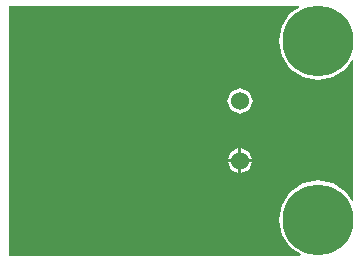
<source format=gbl>
%FSLAX25Y25*%
%MOIN*%
G70*
G01*
G75*
G04 Layer_Physical_Order=2*
G04 Layer_Color=16711680*
%ADD10R,0.03543X0.03150*%
%ADD11R,0.11811X0.05906*%
%ADD12R,0.11811X0.03937*%
%ADD13R,0.05118X0.03937*%
%ADD14C,0.01000*%
%ADD15C,0.06000*%
%ADD16C,0.03937*%
%ADD17C,0.23622*%
G36*
X98725Y84512D02*
X95543Y82386D01*
X92712Y78148D01*
X91717Y73150D01*
X92712Y68151D01*
X95543Y63913D01*
X99781Y61082D01*
X104780Y60088D01*
X109778Y61082D01*
X114016Y63913D01*
X116008Y66895D01*
X116487Y66750D01*
Y20049D01*
X116008Y19904D01*
X114016Y22886D01*
X109778Y25717D01*
X104780Y26712D01*
X99781Y25717D01*
X95543Y22886D01*
X92712Y18648D01*
X91717Y13650D01*
X92712Y8651D01*
X95543Y4413D01*
X99002Y2102D01*
X98857Y1624D01*
X1624D01*
Y84991D01*
X98580D01*
X98725Y84512D01*
D02*
G37*
%LPC*%
G36*
X82863Y32807D02*
X79240D01*
Y29185D01*
X81802Y30246D01*
X82863Y32807D01*
D02*
G37*
G36*
X78240D02*
X74618D01*
X75679Y30246D01*
X78240Y29185D01*
Y32807D01*
D02*
G37*
G36*
X78740Y57637D02*
X75679Y56369D01*
X74411Y53307D01*
X75679Y50246D01*
X78740Y48978D01*
X81802Y50246D01*
X83070Y53307D01*
X81802Y56369D01*
X78740Y57637D01*
D02*
G37*
G36*
X79240Y37430D02*
Y33807D01*
X82863D01*
X81802Y36369D01*
X79240Y37430D01*
D02*
G37*
G36*
X78240D02*
X75679Y36369D01*
X74618Y33807D01*
X78240D01*
Y37430D01*
D02*
G37*
%LPD*%
D15*
X78740Y33307D02*
D03*
Y53307D02*
D03*
D16*
X98516Y79413D02*
D03*
X111043D02*
D03*
X104780Y82008D02*
D03*
X95921Y73150D02*
D03*
X98516Y66886D02*
D03*
X104780Y64291D02*
D03*
X111043Y66886D02*
D03*
X113638Y73150D02*
D03*
X98516Y19913D02*
D03*
X111043D02*
D03*
X104780Y22508D02*
D03*
X95921Y13650D02*
D03*
X98516Y7386D02*
D03*
X104780Y4791D02*
D03*
X111043Y7386D02*
D03*
X113638Y13650D02*
D03*
D17*
X104780Y73150D02*
D03*
Y13650D02*
D03*
M02*

</source>
